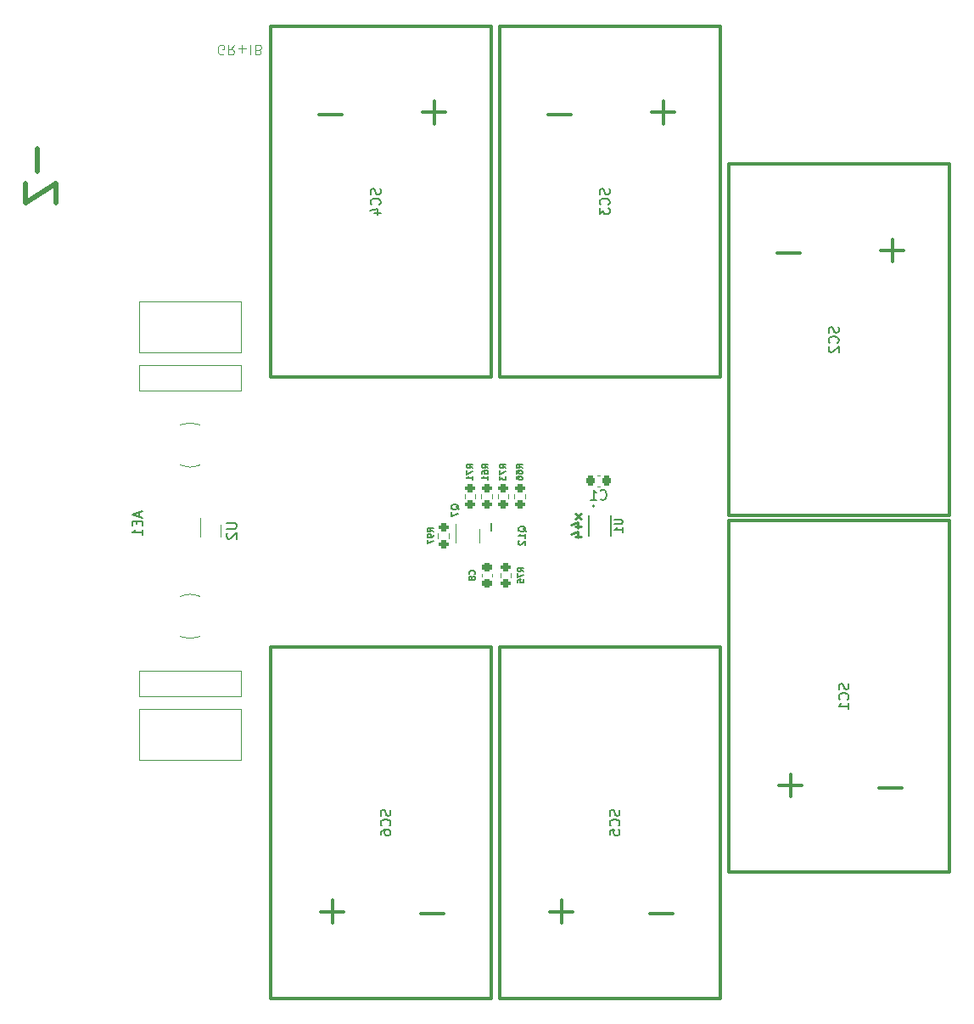
<source format=gbo>
%TF.GenerationSoftware,KiCad,Pcbnew,(6.0.5)*%
%TF.CreationDate,2022-07-09T16:09:43-07:00*%
%TF.ProjectId,solar-panel-side-Z-minus,736f6c61-722d-4706-916e-656c2d736964,rev?*%
%TF.SameCoordinates,Original*%
%TF.FileFunction,Legend,Bot*%
%TF.FilePolarity,Positive*%
%FSLAX46Y46*%
G04 Gerber Fmt 4.6, Leading zero omitted, Abs format (unit mm)*
G04 Created by KiCad (PCBNEW (6.0.5)) date 2022-07-09 16:09:43*
%MOMM*%
%LPD*%
G01*
G04 APERTURE LIST*
G04 Aperture macros list*
%AMRoundRect*
0 Rectangle with rounded corners*
0 $1 Rounding radius*
0 $2 $3 $4 $5 $6 $7 $8 $9 X,Y pos of 4 corners*
0 Add a 4 corners polygon primitive as box body*
4,1,4,$2,$3,$4,$5,$6,$7,$8,$9,$2,$3,0*
0 Add four circle primitives for the rounded corners*
1,1,$1+$1,$2,$3*
1,1,$1+$1,$4,$5*
1,1,$1+$1,$6,$7*
1,1,$1+$1,$8,$9*
0 Add four rect primitives between the rounded corners*
20,1,$1+$1,$2,$3,$4,$5,0*
20,1,$1+$1,$4,$5,$6,$7,0*
20,1,$1+$1,$6,$7,$8,$9,0*
20,1,$1+$1,$8,$9,$2,$3,0*%
G04 Aperture macros list end*
%ADD10C,0.250000*%
%ADD11C,0.500000*%
%ADD12C,0.100000*%
%ADD13C,0.150000*%
%ADD14C,0.300000*%
%ADD15C,0.127000*%
%ADD16C,0.120000*%
%ADD17C,0.200000*%
%ADD18C,2.050000*%
%ADD19C,2.250000*%
%ADD20C,2.600000*%
%ADD21C,3.800000*%
%ADD22C,3.000000*%
%ADD23R,11.000000X4.000000*%
%ADD24R,1.000000X4.000000*%
%ADD25R,0.350000X1.000000*%
%ADD26RoundRect,0.200000X0.275000X-0.200000X0.275000X0.200000X-0.275000X0.200000X-0.275000X-0.200000X0*%
%ADD27RoundRect,0.200000X-0.275000X0.200000X-0.275000X-0.200000X0.275000X-0.200000X0.275000X0.200000X0*%
%ADD28R,0.400000X0.650000*%
%ADD29RoundRect,0.225000X-0.250000X0.225000X-0.250000X-0.225000X0.250000X-0.225000X0.250000X0.225000X0*%
%ADD30R,0.400000X0.600000*%
%ADD31RoundRect,0.225000X-0.225000X-0.250000X0.225000X-0.250000X0.225000X0.250000X-0.225000X0.250000X0*%
%ADD32R,0.270000X0.740000*%
%ADD33R,1.350000X0.650000*%
G04 APERTURE END LIST*
D10*
X158440380Y-94797714D02*
X157773714Y-95321523D01*
X157773714Y-94797714D02*
X158440380Y-95321523D01*
X157773714Y-96131047D02*
X158440380Y-96131047D01*
X157392761Y-95892952D02*
X158107047Y-95654857D01*
X158107047Y-96273904D01*
X157773714Y-97083428D02*
X158440380Y-97083428D01*
X157392761Y-96845333D02*
X158107047Y-96607238D01*
X158107047Y-97226285D01*
D11*
X105973357Y-63880642D02*
X105973357Y-61880642D01*
X102973357Y-63880642D01*
X102973357Y-61880642D01*
X104116214Y-60737785D02*
X104116214Y-58452071D01*
D12*
X122712361Y-49014000D02*
X122617123Y-49061619D01*
X122474266Y-49061619D01*
X122331409Y-49014000D01*
X122236171Y-48918761D01*
X122188552Y-48823523D01*
X122140933Y-48633047D01*
X122140933Y-48490190D01*
X122188552Y-48299714D01*
X122236171Y-48204476D01*
X122331409Y-48109238D01*
X122474266Y-48061619D01*
X122569504Y-48061619D01*
X122712361Y-48109238D01*
X122759980Y-48156857D01*
X122759980Y-48490190D01*
X122569504Y-48490190D01*
X123759980Y-48061619D02*
X123426647Y-48537809D01*
X123188552Y-48061619D02*
X123188552Y-49061619D01*
X123569504Y-49061619D01*
X123664742Y-49014000D01*
X123712361Y-48966380D01*
X123759980Y-48871142D01*
X123759980Y-48728285D01*
X123712361Y-48633047D01*
X123664742Y-48585428D01*
X123569504Y-48537809D01*
X123188552Y-48537809D01*
X124188552Y-48442571D02*
X124950457Y-48442571D01*
X124569504Y-48061619D02*
X124569504Y-48823523D01*
X125426647Y-48061619D02*
X125426647Y-49061619D01*
X126236171Y-48585428D02*
X126379028Y-48537809D01*
X126426647Y-48490190D01*
X126474266Y-48394952D01*
X126474266Y-48252095D01*
X126426647Y-48156857D01*
X126379028Y-48109238D01*
X126283790Y-48061619D01*
X125902838Y-48061619D01*
X125902838Y-49061619D01*
X126236171Y-49061619D01*
X126331409Y-49014000D01*
X126379028Y-48966380D01*
X126426647Y-48871142D01*
X126426647Y-48775904D01*
X126379028Y-48680666D01*
X126331409Y-48633047D01*
X126236171Y-48585428D01*
X125902838Y-48585428D01*
D13*
X139334761Y-124368095D02*
X139382380Y-124510952D01*
X139382380Y-124749047D01*
X139334761Y-124844285D01*
X139287142Y-124891904D01*
X139191904Y-124939523D01*
X139096666Y-124939523D01*
X139001428Y-124891904D01*
X138953809Y-124844285D01*
X138906190Y-124749047D01*
X138858571Y-124558571D01*
X138810952Y-124463333D01*
X138763333Y-124415714D01*
X138668095Y-124368095D01*
X138572857Y-124368095D01*
X138477619Y-124415714D01*
X138430000Y-124463333D01*
X138382380Y-124558571D01*
X138382380Y-124796666D01*
X138430000Y-124939523D01*
X139287142Y-125939523D02*
X139334761Y-125891904D01*
X139382380Y-125749047D01*
X139382380Y-125653809D01*
X139334761Y-125510952D01*
X139239523Y-125415714D01*
X139144285Y-125368095D01*
X138953809Y-125320476D01*
X138810952Y-125320476D01*
X138620476Y-125368095D01*
X138525238Y-125415714D01*
X138430000Y-125510952D01*
X138382380Y-125653809D01*
X138382380Y-125749047D01*
X138430000Y-125891904D01*
X138477619Y-125939523D01*
X138382380Y-126796666D02*
X138382380Y-126606190D01*
X138430000Y-126510952D01*
X138477619Y-126463333D01*
X138620476Y-126368095D01*
X138810952Y-126320476D01*
X139191904Y-126320476D01*
X139287142Y-126368095D01*
X139334761Y-126415714D01*
X139382380Y-126510952D01*
X139382380Y-126701428D01*
X139334761Y-126796666D01*
X139287142Y-126844285D01*
X139191904Y-126891904D01*
X138953809Y-126891904D01*
X138858571Y-126844285D01*
X138810952Y-126796666D01*
X138763333Y-126701428D01*
X138763333Y-126510952D01*
X138810952Y-126415714D01*
X138858571Y-126368095D01*
X138953809Y-126320476D01*
D14*
X144652857Y-134734285D02*
X142367142Y-134734285D01*
X133564285Y-133377142D02*
X133564285Y-135662857D01*
X134707142Y-134520000D02*
X132421428Y-134520000D01*
D13*
X184054761Y-76208095D02*
X184102380Y-76350952D01*
X184102380Y-76589047D01*
X184054761Y-76684285D01*
X184007142Y-76731904D01*
X183911904Y-76779523D01*
X183816666Y-76779523D01*
X183721428Y-76731904D01*
X183673809Y-76684285D01*
X183626190Y-76589047D01*
X183578571Y-76398571D01*
X183530952Y-76303333D01*
X183483333Y-76255714D01*
X183388095Y-76208095D01*
X183292857Y-76208095D01*
X183197619Y-76255714D01*
X183150000Y-76303333D01*
X183102380Y-76398571D01*
X183102380Y-76636666D01*
X183150000Y-76779523D01*
X184007142Y-77779523D02*
X184054761Y-77731904D01*
X184102380Y-77589047D01*
X184102380Y-77493809D01*
X184054761Y-77350952D01*
X183959523Y-77255714D01*
X183864285Y-77208095D01*
X183673809Y-77160476D01*
X183530952Y-77160476D01*
X183340476Y-77208095D01*
X183245238Y-77255714D01*
X183150000Y-77350952D01*
X183102380Y-77493809D01*
X183102380Y-77589047D01*
X183150000Y-77731904D01*
X183197619Y-77779523D01*
X183197619Y-78160476D02*
X183150000Y-78208095D01*
X183102380Y-78303333D01*
X183102380Y-78541428D01*
X183150000Y-78636666D01*
X183197619Y-78684285D01*
X183292857Y-78731904D01*
X183388095Y-78731904D01*
X183530952Y-78684285D01*
X184102380Y-78112857D01*
X184102380Y-78731904D01*
D14*
X180212857Y-68794285D02*
X177927142Y-68794285D01*
X189444285Y-67437142D02*
X189444285Y-69722857D01*
X190587142Y-68580000D02*
X188301428Y-68580000D01*
D13*
X138334761Y-62438095D02*
X138382380Y-62580952D01*
X138382380Y-62819047D01*
X138334761Y-62914285D01*
X138287142Y-62961904D01*
X138191904Y-63009523D01*
X138096666Y-63009523D01*
X138001428Y-62961904D01*
X137953809Y-62914285D01*
X137906190Y-62819047D01*
X137858571Y-62628571D01*
X137810952Y-62533333D01*
X137763333Y-62485714D01*
X137668095Y-62438095D01*
X137572857Y-62438095D01*
X137477619Y-62485714D01*
X137430000Y-62533333D01*
X137382380Y-62628571D01*
X137382380Y-62866666D01*
X137430000Y-63009523D01*
X138287142Y-64009523D02*
X138334761Y-63961904D01*
X138382380Y-63819047D01*
X138382380Y-63723809D01*
X138334761Y-63580952D01*
X138239523Y-63485714D01*
X138144285Y-63438095D01*
X137953809Y-63390476D01*
X137810952Y-63390476D01*
X137620476Y-63438095D01*
X137525238Y-63485714D01*
X137430000Y-63580952D01*
X137382380Y-63723809D01*
X137382380Y-63819047D01*
X137430000Y-63961904D01*
X137477619Y-64009523D01*
X137715714Y-64866666D02*
X138382380Y-64866666D01*
X137334761Y-64628571D02*
X138049047Y-64390476D01*
X138049047Y-65009523D01*
D14*
X134492857Y-55024285D02*
X132207142Y-55024285D01*
X143724285Y-53667142D02*
X143724285Y-55952857D01*
X144867142Y-54810000D02*
X142581428Y-54810000D01*
D13*
X162194761Y-124368095D02*
X162242380Y-124510952D01*
X162242380Y-124749047D01*
X162194761Y-124844285D01*
X162147142Y-124891904D01*
X162051904Y-124939523D01*
X161956666Y-124939523D01*
X161861428Y-124891904D01*
X161813809Y-124844285D01*
X161766190Y-124749047D01*
X161718571Y-124558571D01*
X161670952Y-124463333D01*
X161623333Y-124415714D01*
X161528095Y-124368095D01*
X161432857Y-124368095D01*
X161337619Y-124415714D01*
X161290000Y-124463333D01*
X161242380Y-124558571D01*
X161242380Y-124796666D01*
X161290000Y-124939523D01*
X162147142Y-125939523D02*
X162194761Y-125891904D01*
X162242380Y-125749047D01*
X162242380Y-125653809D01*
X162194761Y-125510952D01*
X162099523Y-125415714D01*
X162004285Y-125368095D01*
X161813809Y-125320476D01*
X161670952Y-125320476D01*
X161480476Y-125368095D01*
X161385238Y-125415714D01*
X161290000Y-125510952D01*
X161242380Y-125653809D01*
X161242380Y-125749047D01*
X161290000Y-125891904D01*
X161337619Y-125939523D01*
X161242380Y-126844285D02*
X161242380Y-126368095D01*
X161718571Y-126320476D01*
X161670952Y-126368095D01*
X161623333Y-126463333D01*
X161623333Y-126701428D01*
X161670952Y-126796666D01*
X161718571Y-126844285D01*
X161813809Y-126891904D01*
X162051904Y-126891904D01*
X162147142Y-126844285D01*
X162194761Y-126796666D01*
X162242380Y-126701428D01*
X162242380Y-126463333D01*
X162194761Y-126368095D01*
X162147142Y-126320476D01*
D14*
X156424285Y-133377142D02*
X156424285Y-135662857D01*
X157567142Y-134520000D02*
X155281428Y-134520000D01*
X167512857Y-134734285D02*
X165227142Y-134734285D01*
D13*
X161194761Y-62438095D02*
X161242380Y-62580952D01*
X161242380Y-62819047D01*
X161194761Y-62914285D01*
X161147142Y-62961904D01*
X161051904Y-63009523D01*
X160956666Y-63009523D01*
X160861428Y-62961904D01*
X160813809Y-62914285D01*
X160766190Y-62819047D01*
X160718571Y-62628571D01*
X160670952Y-62533333D01*
X160623333Y-62485714D01*
X160528095Y-62438095D01*
X160432857Y-62438095D01*
X160337619Y-62485714D01*
X160290000Y-62533333D01*
X160242380Y-62628571D01*
X160242380Y-62866666D01*
X160290000Y-63009523D01*
X161147142Y-64009523D02*
X161194761Y-63961904D01*
X161242380Y-63819047D01*
X161242380Y-63723809D01*
X161194761Y-63580952D01*
X161099523Y-63485714D01*
X161004285Y-63438095D01*
X160813809Y-63390476D01*
X160670952Y-63390476D01*
X160480476Y-63438095D01*
X160385238Y-63485714D01*
X160290000Y-63580952D01*
X160242380Y-63723809D01*
X160242380Y-63819047D01*
X160290000Y-63961904D01*
X160337619Y-64009523D01*
X160242380Y-64342857D02*
X160242380Y-64961904D01*
X160623333Y-64628571D01*
X160623333Y-64771428D01*
X160670952Y-64866666D01*
X160718571Y-64914285D01*
X160813809Y-64961904D01*
X161051904Y-64961904D01*
X161147142Y-64914285D01*
X161194761Y-64866666D01*
X161242380Y-64771428D01*
X161242380Y-64485714D01*
X161194761Y-64390476D01*
X161147142Y-64342857D01*
D14*
X166584285Y-53667142D02*
X166584285Y-55952857D01*
X167727142Y-54810000D02*
X165441428Y-54810000D01*
X157352857Y-55024285D02*
X155067142Y-55024285D01*
D13*
X185054761Y-111768095D02*
X185102380Y-111910952D01*
X185102380Y-112149047D01*
X185054761Y-112244285D01*
X185007142Y-112291904D01*
X184911904Y-112339523D01*
X184816666Y-112339523D01*
X184721428Y-112291904D01*
X184673809Y-112244285D01*
X184626190Y-112149047D01*
X184578571Y-111958571D01*
X184530952Y-111863333D01*
X184483333Y-111815714D01*
X184388095Y-111768095D01*
X184292857Y-111768095D01*
X184197619Y-111815714D01*
X184150000Y-111863333D01*
X184102380Y-111958571D01*
X184102380Y-112196666D01*
X184150000Y-112339523D01*
X185007142Y-113339523D02*
X185054761Y-113291904D01*
X185102380Y-113149047D01*
X185102380Y-113053809D01*
X185054761Y-112910952D01*
X184959523Y-112815714D01*
X184864285Y-112768095D01*
X184673809Y-112720476D01*
X184530952Y-112720476D01*
X184340476Y-112768095D01*
X184245238Y-112815714D01*
X184150000Y-112910952D01*
X184102380Y-113053809D01*
X184102380Y-113149047D01*
X184150000Y-113291904D01*
X184197619Y-113339523D01*
X185102380Y-114291904D02*
X185102380Y-113720476D01*
X185102380Y-114006190D02*
X184102380Y-114006190D01*
X184245238Y-113910952D01*
X184340476Y-113815714D01*
X184388095Y-113720476D01*
D14*
X190372857Y-122134285D02*
X188087142Y-122134285D01*
X179284285Y-120777142D02*
X179284285Y-123062857D01*
X180427142Y-121920000D02*
X178141428Y-121920000D01*
D13*
X114314266Y-94642133D02*
X114314266Y-95118323D01*
X114599980Y-94546895D02*
X113599980Y-94880228D01*
X114599980Y-95213561D01*
X114076171Y-95546895D02*
X114076171Y-95880228D01*
X114599980Y-96023085D02*
X114599980Y-95546895D01*
X113599980Y-95546895D01*
X113599980Y-96023085D01*
X114599980Y-96975466D02*
X114599980Y-96404038D01*
X114599980Y-96689752D02*
X113599980Y-96689752D01*
X113742838Y-96594514D01*
X113838076Y-96499276D01*
X113885695Y-96404038D01*
X123023380Y-95758095D02*
X123832904Y-95758095D01*
X123928142Y-95805714D01*
X123975761Y-95853333D01*
X124023380Y-95948571D01*
X124023380Y-96139047D01*
X123975761Y-96234285D01*
X123928142Y-96281904D01*
X123832904Y-96329523D01*
X123023380Y-96329523D01*
X123118619Y-96758095D02*
X123071000Y-96805714D01*
X123023380Y-96900952D01*
X123023380Y-97139047D01*
X123071000Y-97234285D01*
X123118619Y-97281904D01*
X123213857Y-97329523D01*
X123309095Y-97329523D01*
X123451952Y-97281904D01*
X124023380Y-96710476D01*
X124023380Y-97329523D01*
X143654428Y-96642285D02*
X143368714Y-96442285D01*
X143654428Y-96299428D02*
X143054428Y-96299428D01*
X143054428Y-96528000D01*
X143083000Y-96585142D01*
X143111571Y-96613714D01*
X143168714Y-96642285D01*
X143254428Y-96642285D01*
X143311571Y-96613714D01*
X143340142Y-96585142D01*
X143368714Y-96528000D01*
X143368714Y-96299428D01*
X143654428Y-96928000D02*
X143654428Y-97042285D01*
X143625857Y-97099428D01*
X143597285Y-97128000D01*
X143511571Y-97185142D01*
X143397285Y-97213714D01*
X143168714Y-97213714D01*
X143111571Y-97185142D01*
X143083000Y-97156571D01*
X143054428Y-97099428D01*
X143054428Y-96985142D01*
X143083000Y-96928000D01*
X143111571Y-96899428D01*
X143168714Y-96870857D01*
X143311571Y-96870857D01*
X143368714Y-96899428D01*
X143397285Y-96928000D01*
X143425857Y-96985142D01*
X143425857Y-97099428D01*
X143397285Y-97156571D01*
X143368714Y-97185142D01*
X143311571Y-97213714D01*
X143054428Y-97413714D02*
X143054428Y-97813714D01*
X143654428Y-97556571D01*
X149115428Y-90292285D02*
X148829714Y-90092285D01*
X149115428Y-89949428D02*
X148515428Y-89949428D01*
X148515428Y-90178000D01*
X148544000Y-90235142D01*
X148572571Y-90263714D01*
X148629714Y-90292285D01*
X148715428Y-90292285D01*
X148772571Y-90263714D01*
X148801142Y-90235142D01*
X148829714Y-90178000D01*
X148829714Y-89949428D01*
X148515428Y-90806571D02*
X148515428Y-90692285D01*
X148544000Y-90635142D01*
X148572571Y-90606571D01*
X148658285Y-90549428D01*
X148772571Y-90520857D01*
X149001142Y-90520857D01*
X149058285Y-90549428D01*
X149086857Y-90578000D01*
X149115428Y-90635142D01*
X149115428Y-90749428D01*
X149086857Y-90806571D01*
X149058285Y-90835142D01*
X149001142Y-90863714D01*
X148858285Y-90863714D01*
X148801142Y-90835142D01*
X148772571Y-90806571D01*
X148744000Y-90749428D01*
X148744000Y-90635142D01*
X148772571Y-90578000D01*
X148801142Y-90549428D01*
X148858285Y-90520857D01*
X149115428Y-91435142D02*
X149115428Y-91092285D01*
X149115428Y-91263714D02*
X148515428Y-91263714D01*
X148601142Y-91206571D01*
X148658285Y-91149428D01*
X148686857Y-91092285D01*
X152544428Y-90292285D02*
X152258714Y-90092285D01*
X152544428Y-89949428D02*
X151944428Y-89949428D01*
X151944428Y-90178000D01*
X151973000Y-90235142D01*
X152001571Y-90263714D01*
X152058714Y-90292285D01*
X152144428Y-90292285D01*
X152201571Y-90263714D01*
X152230142Y-90235142D01*
X152258714Y-90178000D01*
X152258714Y-89949428D01*
X151944428Y-90806571D02*
X151944428Y-90692285D01*
X151973000Y-90635142D01*
X152001571Y-90606571D01*
X152087285Y-90549428D01*
X152201571Y-90520857D01*
X152430142Y-90520857D01*
X152487285Y-90549428D01*
X152515857Y-90578000D01*
X152544428Y-90635142D01*
X152544428Y-90749428D01*
X152515857Y-90806571D01*
X152487285Y-90835142D01*
X152430142Y-90863714D01*
X152287285Y-90863714D01*
X152230142Y-90835142D01*
X152201571Y-90806571D01*
X152173000Y-90749428D01*
X152173000Y-90635142D01*
X152201571Y-90578000D01*
X152230142Y-90549428D01*
X152287285Y-90520857D01*
X151944428Y-91378000D02*
X151944428Y-91263714D01*
X151973000Y-91206571D01*
X152001571Y-91178000D01*
X152087285Y-91120857D01*
X152201571Y-91092285D01*
X152430142Y-91092285D01*
X152487285Y-91120857D01*
X152515857Y-91149428D01*
X152544428Y-91206571D01*
X152544428Y-91320857D01*
X152515857Y-91378000D01*
X152487285Y-91406571D01*
X152430142Y-91435142D01*
X152287285Y-91435142D01*
X152230142Y-91406571D01*
X152201571Y-91378000D01*
X152173000Y-91320857D01*
X152173000Y-91206571D01*
X152201571Y-91149428D01*
X152230142Y-91120857D01*
X152287285Y-91092285D01*
X147591428Y-90292285D02*
X147305714Y-90092285D01*
X147591428Y-89949428D02*
X146991428Y-89949428D01*
X146991428Y-90178000D01*
X147020000Y-90235142D01*
X147048571Y-90263714D01*
X147105714Y-90292285D01*
X147191428Y-90292285D01*
X147248571Y-90263714D01*
X147277142Y-90235142D01*
X147305714Y-90178000D01*
X147305714Y-89949428D01*
X146991428Y-90492285D02*
X146991428Y-90892285D01*
X147591428Y-90635142D01*
X147591428Y-91435142D02*
X147591428Y-91092285D01*
X147591428Y-91263714D02*
X146991428Y-91263714D01*
X147077142Y-91206571D01*
X147134285Y-91149428D01*
X147162857Y-91092285D01*
X150893428Y-90292285D02*
X150607714Y-90092285D01*
X150893428Y-89949428D02*
X150293428Y-89949428D01*
X150293428Y-90178000D01*
X150322000Y-90235142D01*
X150350571Y-90263714D01*
X150407714Y-90292285D01*
X150493428Y-90292285D01*
X150550571Y-90263714D01*
X150579142Y-90235142D01*
X150607714Y-90178000D01*
X150607714Y-89949428D01*
X150293428Y-90492285D02*
X150293428Y-90892285D01*
X150893428Y-90635142D01*
X150293428Y-91063714D02*
X150293428Y-91435142D01*
X150522000Y-91235142D01*
X150522000Y-91320857D01*
X150550571Y-91378000D01*
X150579142Y-91406571D01*
X150636285Y-91435142D01*
X150779142Y-91435142D01*
X150836285Y-91406571D01*
X150864857Y-91378000D01*
X150893428Y-91320857D01*
X150893428Y-91149428D01*
X150864857Y-91092285D01*
X150836285Y-91063714D01*
X146179333Y-94421333D02*
X146146000Y-94354666D01*
X146079333Y-94288000D01*
X145979333Y-94188000D01*
X145946000Y-94121333D01*
X145946000Y-94054666D01*
X146112666Y-94088000D02*
X146079333Y-94021333D01*
X146012666Y-93954666D01*
X145879333Y-93921333D01*
X145646000Y-93921333D01*
X145512666Y-93954666D01*
X145446000Y-94021333D01*
X145412666Y-94088000D01*
X145412666Y-94221333D01*
X145446000Y-94288000D01*
X145512666Y-94354666D01*
X145646000Y-94388000D01*
X145879333Y-94388000D01*
X146012666Y-94354666D01*
X146079333Y-94288000D01*
X146112666Y-94221333D01*
X146112666Y-94088000D01*
X145412666Y-94621333D02*
X145412666Y-95088000D01*
X146112666Y-94788000D01*
X147755285Y-100865000D02*
X147783857Y-100836428D01*
X147812428Y-100750714D01*
X147812428Y-100693571D01*
X147783857Y-100607857D01*
X147726714Y-100550714D01*
X147669571Y-100522142D01*
X147555285Y-100493571D01*
X147469571Y-100493571D01*
X147355285Y-100522142D01*
X147298142Y-100550714D01*
X147241000Y-100607857D01*
X147212428Y-100693571D01*
X147212428Y-100750714D01*
X147241000Y-100836428D01*
X147269571Y-100865000D01*
X147469571Y-101207857D02*
X147441000Y-101150714D01*
X147412428Y-101122142D01*
X147355285Y-101093571D01*
X147326714Y-101093571D01*
X147269571Y-101122142D01*
X147241000Y-101150714D01*
X147212428Y-101207857D01*
X147212428Y-101322142D01*
X147241000Y-101379285D01*
X147269571Y-101407857D01*
X147326714Y-101436428D01*
X147355285Y-101436428D01*
X147412428Y-101407857D01*
X147441000Y-101379285D01*
X147469571Y-101322142D01*
X147469571Y-101207857D01*
X147498142Y-101150714D01*
X147526714Y-101122142D01*
X147583857Y-101093571D01*
X147698142Y-101093571D01*
X147755285Y-101122142D01*
X147783857Y-101150714D01*
X147812428Y-101207857D01*
X147812428Y-101322142D01*
X147783857Y-101379285D01*
X147755285Y-101407857D01*
X147698142Y-101436428D01*
X147583857Y-101436428D01*
X147526714Y-101407857D01*
X147498142Y-101379285D01*
X147469571Y-101322142D01*
X152671428Y-100579285D02*
X152385714Y-100379285D01*
X152671428Y-100236428D02*
X152071428Y-100236428D01*
X152071428Y-100465000D01*
X152100000Y-100522142D01*
X152128571Y-100550714D01*
X152185714Y-100579285D01*
X152271428Y-100579285D01*
X152328571Y-100550714D01*
X152357142Y-100522142D01*
X152385714Y-100465000D01*
X152385714Y-100236428D01*
X152071428Y-100779285D02*
X152071428Y-101179285D01*
X152671428Y-100922142D01*
X152071428Y-101693571D02*
X152071428Y-101407857D01*
X152357142Y-101379285D01*
X152328571Y-101407857D01*
X152300000Y-101465000D01*
X152300000Y-101607857D01*
X152328571Y-101665000D01*
X152357142Y-101693571D01*
X152414285Y-101722142D01*
X152557142Y-101722142D01*
X152614285Y-101693571D01*
X152642857Y-101665000D01*
X152671428Y-101607857D01*
X152671428Y-101465000D01*
X152642857Y-101407857D01*
X152614285Y-101379285D01*
D15*
X152910333Y-96628000D02*
X152877000Y-96561333D01*
X152810333Y-96494666D01*
X152710333Y-96394666D01*
X152677000Y-96328000D01*
X152677000Y-96261333D01*
X152843666Y-96294666D02*
X152810333Y-96228000D01*
X152743666Y-96161333D01*
X152610333Y-96128000D01*
X152377000Y-96128000D01*
X152243666Y-96161333D01*
X152177000Y-96228000D01*
X152143666Y-96294666D01*
X152143666Y-96428000D01*
X152177000Y-96494666D01*
X152243666Y-96561333D01*
X152377000Y-96594666D01*
X152610333Y-96594666D01*
X152743666Y-96561333D01*
X152810333Y-96494666D01*
X152843666Y-96428000D01*
X152843666Y-96294666D01*
X152843666Y-97261333D02*
X152843666Y-96861333D01*
X152843666Y-97061333D02*
X152143666Y-97061333D01*
X152243666Y-96994666D01*
X152310333Y-96928000D01*
X152343666Y-96861333D01*
X152210333Y-97528000D02*
X152177000Y-97561333D01*
X152143666Y-97628000D01*
X152143666Y-97794666D01*
X152177000Y-97861333D01*
X152210333Y-97894666D01*
X152277000Y-97928000D01*
X152343666Y-97928000D01*
X152443666Y-97894666D01*
X152843666Y-97494666D01*
X152843666Y-97928000D01*
D13*
X160313666Y-93354142D02*
X160361285Y-93401761D01*
X160504142Y-93449380D01*
X160599380Y-93449380D01*
X160742238Y-93401761D01*
X160837476Y-93306523D01*
X160885095Y-93211285D01*
X160932714Y-93020809D01*
X160932714Y-92877952D01*
X160885095Y-92687476D01*
X160837476Y-92592238D01*
X160742238Y-92497000D01*
X160599380Y-92449380D01*
X160504142Y-92449380D01*
X160361285Y-92497000D01*
X160313666Y-92544619D01*
X159361285Y-93449380D02*
X159932714Y-93449380D01*
X159647000Y-93449380D02*
X159647000Y-92449380D01*
X159742238Y-92592238D01*
X159837476Y-92687476D01*
X159932714Y-92735095D01*
X161740904Y-95402476D02*
X162388523Y-95402476D01*
X162464714Y-95440571D01*
X162502809Y-95478666D01*
X162540904Y-95554857D01*
X162540904Y-95707238D01*
X162502809Y-95783428D01*
X162464714Y-95821523D01*
X162388523Y-95859619D01*
X161740904Y-95859619D01*
X162540904Y-96659619D02*
X162540904Y-96202476D01*
X162540904Y-96431047D02*
X161740904Y-96431047D01*
X161855190Y-96354857D01*
X161931380Y-96278666D01*
X161969476Y-96202476D01*
D14*
X127430000Y-108130000D02*
X127430000Y-143130000D01*
X149430000Y-108130000D02*
X127430000Y-108130000D01*
X127430000Y-143130000D02*
X149430000Y-143130000D01*
X149430000Y-143130000D02*
X149430000Y-108130000D01*
X173150000Y-94970000D02*
X195150000Y-94970000D01*
X195150000Y-59970000D02*
X173150000Y-59970000D01*
X173150000Y-59970000D02*
X173150000Y-94970000D01*
X195150000Y-94970000D02*
X195150000Y-59970000D01*
X127430000Y-46200000D02*
X127430000Y-81200000D01*
X149430000Y-81200000D02*
X149430000Y-46200000D01*
X127430000Y-81200000D02*
X149430000Y-81200000D01*
X149430000Y-46200000D02*
X127430000Y-46200000D01*
X150290000Y-108130000D02*
X150290000Y-143130000D01*
X150290000Y-143130000D02*
X172290000Y-143130000D01*
X172290000Y-108130000D02*
X150290000Y-108130000D01*
X172290000Y-143130000D02*
X172290000Y-108130000D01*
X150290000Y-81200000D02*
X172290000Y-81200000D01*
X172290000Y-46200000D02*
X150290000Y-46200000D01*
X172290000Y-81200000D02*
X172290000Y-46200000D01*
X150290000Y-46200000D02*
X150290000Y-81200000D01*
X195150000Y-130530000D02*
X195150000Y-95530000D01*
X173150000Y-95530000D02*
X173150000Y-130530000D01*
X173150000Y-130530000D02*
X195150000Y-130530000D01*
X195150000Y-95530000D02*
X173150000Y-95530000D01*
D16*
X114300000Y-119380000D02*
X114300000Y-114300000D01*
X124460000Y-78740000D02*
X114300000Y-78740000D01*
X124460000Y-80010000D02*
X124460000Y-82550000D01*
X114300000Y-73660000D02*
X124460000Y-73660000D01*
X124460000Y-110490000D02*
X124460000Y-113030000D01*
X114300000Y-114300000D02*
X124460000Y-114300000D01*
X114300000Y-113030000D02*
X114300000Y-110490000D01*
X114300000Y-80010000D02*
X124460000Y-80010000D01*
X114300000Y-78740000D02*
X114300000Y-73660000D01*
X114300000Y-82550000D02*
X124460000Y-82550000D01*
X114300000Y-119380000D02*
X124460000Y-119380000D01*
X114300000Y-82550000D02*
X114300000Y-80010000D01*
X124460000Y-114300000D02*
X124460000Y-119380000D01*
X114300000Y-110490000D02*
X124460000Y-110490000D01*
X124460000Y-73660000D02*
X124460000Y-78740000D01*
X124460000Y-113030000D02*
X114300000Y-113030000D01*
X121580000Y-105060000D02*
G75*
G03*
X121580000Y-105060000I-2200000J0D01*
G01*
X121580000Y-87980000D02*
G75*
G03*
X121580000Y-87980000I-2200000J0D01*
G01*
X122462000Y-95920000D02*
X122462000Y-97120000D01*
X120362000Y-95220000D02*
X120362000Y-97120000D01*
X144130500Y-97265258D02*
X144130500Y-96790742D01*
X145175500Y-97265258D02*
X145175500Y-96790742D01*
X148448500Y-92853742D02*
X148448500Y-93328258D01*
X149493500Y-92853742D02*
X149493500Y-93328258D01*
X151750500Y-92853742D02*
X151750500Y-93328258D01*
X152795500Y-92853742D02*
X152795500Y-93328258D01*
X146797500Y-93328258D02*
X146797500Y-92853742D01*
X147842500Y-93328258D02*
X147842500Y-92853742D01*
X150099500Y-92853742D02*
X150099500Y-93328258D01*
X151144500Y-92853742D02*
X151144500Y-93328258D01*
X145906000Y-97728000D02*
X145906000Y-95828000D01*
X148226000Y-96328000D02*
X148226000Y-97728000D01*
X149481000Y-100824420D02*
X149481000Y-101105580D01*
X148461000Y-100824420D02*
X148461000Y-101105580D01*
X151398500Y-101202258D02*
X151398500Y-100727742D01*
X150353500Y-101202258D02*
X150353500Y-100727742D01*
D17*
X149422000Y-95788000D02*
X149422000Y-96528000D01*
D16*
X160006420Y-92077000D02*
X160287580Y-92077000D01*
X160006420Y-91057000D02*
X160287580Y-91057000D01*
D15*
X161373000Y-95012000D02*
X161373000Y-97012000D01*
X159175000Y-95012000D02*
X159175000Y-97012000D01*
D17*
X159724000Y-94077000D02*
G75*
G03*
X159724000Y-94077000I-100000J0D01*
G01*
%LPC*%
D18*
X116078000Y-95758000D03*
D19*
X118618000Y-98298000D03*
X113538000Y-93218000D03*
X118618000Y-93218000D03*
X113538000Y-98298000D03*
D20*
X120490000Y-137070000D03*
D21*
X120490000Y-137070000D03*
D20*
X177164000Y-52070000D03*
D21*
X177164000Y-52070000D03*
X177164000Y-137070000D03*
D20*
X177164000Y-137070000D03*
D21*
X120490000Y-52070000D03*
D20*
X120490000Y-52070000D03*
D22*
X133930000Y-138630000D03*
X142930000Y-138630000D03*
X188650000Y-64470000D03*
X179650000Y-64470000D03*
X142930000Y-50700000D03*
X133930000Y-50700000D03*
X156790000Y-138630000D03*
X165790000Y-138630000D03*
X165790000Y-50700000D03*
X156790000Y-50700000D03*
X179650000Y-126030000D03*
X188650000Y-126030000D03*
D23*
X119380000Y-87980000D03*
D24*
X124460000Y-87980000D03*
D23*
X119380000Y-105060000D03*
D24*
X124460000Y-105060000D03*
D25*
X120762000Y-95620000D03*
X121412000Y-95620000D03*
X122062000Y-95620000D03*
X122062000Y-97420000D03*
X121412000Y-97420000D03*
X120762000Y-97420000D03*
D26*
X144653000Y-97853000D03*
X144653000Y-96203000D03*
D27*
X148971000Y-92266000D03*
X148971000Y-93916000D03*
X152273000Y-92266000D03*
X152273000Y-93916000D03*
D26*
X147320000Y-93916000D03*
X147320000Y-92266000D03*
D27*
X150622000Y-92266000D03*
X150622000Y-93916000D03*
D28*
X146416000Y-96078000D03*
X147066000Y-96078000D03*
X147716000Y-96078000D03*
X147716000Y-97978000D03*
X147066000Y-97978000D03*
X146416000Y-97978000D03*
D29*
X148971000Y-100190000D03*
X148971000Y-101740000D03*
D26*
X150876000Y-101790000D03*
X150876000Y-100140000D03*
D30*
X149972000Y-96078000D03*
X150622000Y-96078000D03*
X151272000Y-96078000D03*
X151272000Y-97978000D03*
X150622000Y-97978000D03*
X149972000Y-97978000D03*
D31*
X159372000Y-91567000D03*
X160922000Y-91567000D03*
D32*
X159624000Y-95017000D03*
X160274000Y-95017000D03*
X160924000Y-95017000D03*
X160924000Y-97007000D03*
X160274000Y-97007000D03*
X159624000Y-97007000D03*
D33*
X160274000Y-96012000D03*
M02*

</source>
